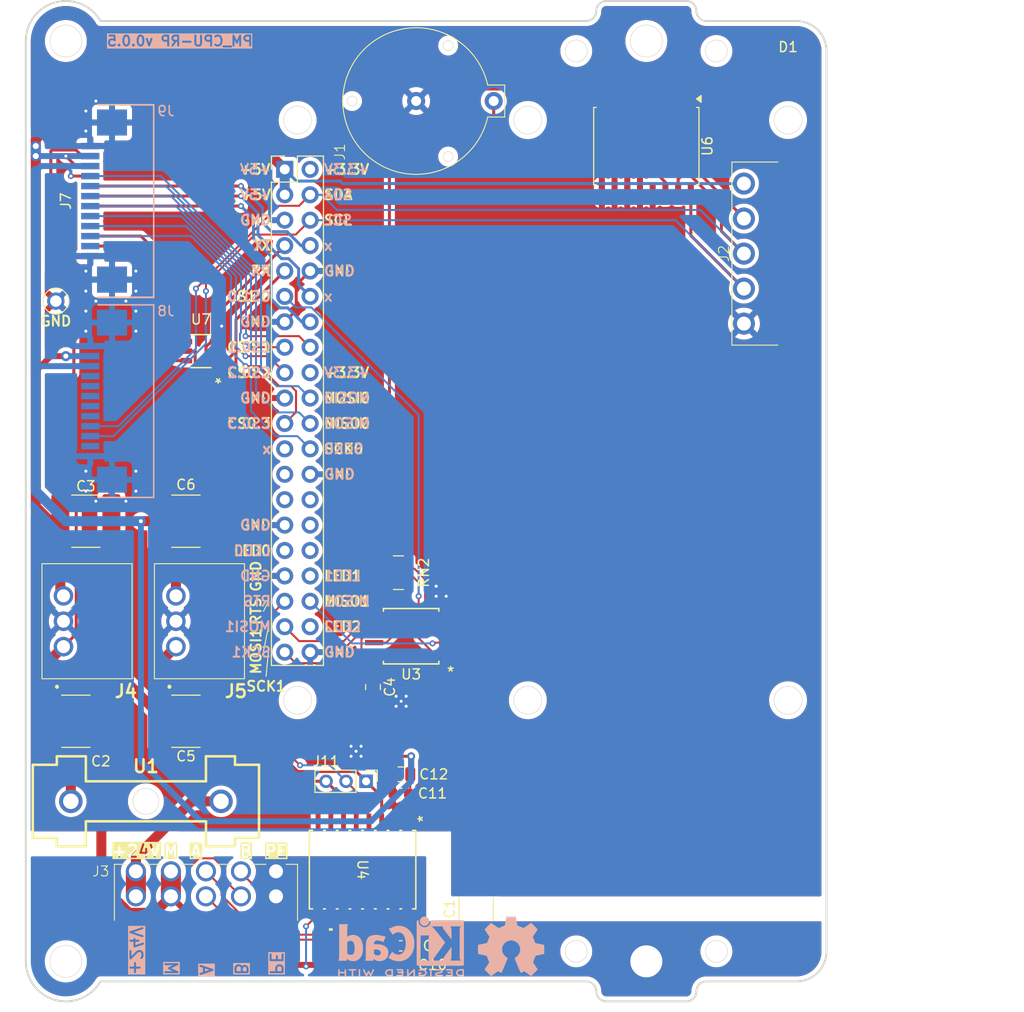
<source format=kicad_pcb>
(kicad_pcb (version 20241229) (generator "pcbnew") (generator_version "9.0")
  (title_block (title "${article} v${version}"))
  (layers (0 "F.Cu" signal) (2 "B.Cu" signal) (13 "F.Paste" user) (15 "B.Paste" user) (5 "F.SilkS" user "F.Silkscreen") (7 "B.SilkS" user "B.Silkscreen") (1 "F.Mask" user) (3 "B.Mask" user) (25 "Edge.Cuts" user))
  (property "article" "PM_CPU-RP")
  (property "version" "0.0.5")
  (net 0 "")
  (net 1 "/LED_1")
  (net 2 "/LED_2")
  (net 3 "/LED_0")
  (net 7 "/SCL")
  (net 8 "/SDA")
  (net 9 "PE")
  (net 10 "+24V_fuse")
  (net 11 "/UART_RTS")
  (net 12 "/UART_TX")
  (net 13 "/UART_RX")
  (net 16 "Net-(RN2A-R1.1)")
  (net 20 "/SPI0_MOSI")
  (net 21 "/SPI1_MOSI")
  (net 22 "/SPI1_CS0")
  (net 23 "/SPI0_CS0")
  (net 24 "/SPI0_SCK")
  (net 25 "/SPI1_MISO")
  (net 26 "/SPI1_SCK")
  (net 27 "/SPI0_MISO")
  (net 29 "Net-(RN2C-R3.1)")
  (net 32 "+24V_BUS")
  (net 33 "/Vbat")
  (net 34 "/B")
  (net 35 "/A")
  (net 37 "/UART_TX_LED")
  (net 39 "/UART_RX_LED")
  (net 45 "+3.3V_CPU")
  (net 46 "+3.3V_BUS")
  (net 47 "GND_BUS")
  (net 48 "/SPI0_CS2")
  (net 49 "/SPI0_CS1")
  (net 50 "/SPI0_CS3")
  (net 58 "unconnected-(J9-Pin_11-Pad11)")
  (net 59 "+5V_CPU")
  (footprint "Capacitor_SMD:C_0805_2012Metric" (layer "F.Cu") (at 69.62 118.91 -90)
    (property "Reference" "C4")
    (property "Value" "10uF")
  )
  (footprint "kicad_inventree_lib:PE" (layer "F.Cu") (at 96.93 146.33)
    (property "Reference" "PE1" (hide yes))
    (property "Value" "PE")
  )
  (footprint "kicad_inventree_lib:DBV6-M" (layer "F.Cu") (at 52.43 85.33 180)
    (property "Reference" "U7")
    (property "Value" "SN74LVC2G14DBVR")
  )
  (footprint "kicad_inventree_lib:15EDGRC-3.5-05P" (layer "F.Cu") (at 106.68 82.58 90)
    (property "Reference" "J2")
    (property "Value" "15EDGRC-3.5-05P")
  )
  (footprint "kicad_inventree_lib:BS-12-A1AJ002-F" (layer "F.Cu") (at 81.68 60.33 -90)
    (property "Reference" "J1")
    (property "Value" "~")
    (fp_circle (center 0 14.15) (end 0.5 14.15) (stroke (width 0.05)) (fill no) (layer "Edge.Cuts"))
    (fp_circle (center -5.55 4.55) (end -5.05 4.55) (stroke (width 0.05)) (fill no) (layer "Edge.Cuts"))
    (fp_circle (center 5.55 4.55) (end 6.05 4.55) (stroke (width 0.05)) (fill no) (layer "Edge.Cuts"))
  )
  (footprint "Capacitor_SMD:C_2220_5750Metric" (layer "F.Cu") (at 40.93 102.33)
    (property "Reference" "C3")
    (property "Value" "22uF")
  )
  (footprint "kicad_inventree_lib:RaspberryPi" (layer "F.Cu") (at 111.09 92.23)
    (property "Reference" "D1")
    (property "Value" "~")
    (fp_circle (center -49 -30) (end -47.6 -30) (stroke (width 0.05)) (fill no) (layer "Edge.Cuts"))
    (fp_circle (center -49 28) (end -47.6 28) (stroke (width 0.05)) (fill no) (layer "Edge.Cuts"))
    (fp_circle (center -26 -30) (end -24.6 -30) (stroke (width 0.05)) (fill no) (layer "Edge.Cuts"))
    (fp_circle (center -26 28) (end -24.6 28) (stroke (width 0.05)) (fill no) (layer "Edge.Cuts"))
    (fp_circle (center 0 -30) (end 1.4 -30) (stroke (width 0.05)) (fill no) (layer "Edge.Cuts"))
    (fp_circle (center 0 28) (end 1.4 28) (stroke (width 0.05)) (fill no) (layer "Edge.Cuts"))
  )
  (footprint "kicad_inventree_lib:MountingHole_M3" (layer "F.Cu") (at 96.93 54.33)
    (property "Reference" "H3" (hide yes))
    (property "Value" "MountingHole_M3")
    (fp_circle (center 0 0) (end 1.6 0) (stroke (width 0.05)) (fill no) (layer "Edge.Cuts"))
  )
  (footprint "Capacitor_SMD:C_2220_5750Metric" (layer "F.Cu") (at 50.93 102.33)
    (property "Reference" "C6")
    (property "Value" "22uF")
  )
  (footprint "Capacitor_SMD:C_1812_4532Metric" (layer "F.Cu") (at 79.93 141.08 90)
    (property "Reference" "C1")
    (property "Value" "4.7nF 2kV")
  )
  (footprint "kicad_inventree_lib:SOIC16-WBW_CLG" (layer "F.Cu") (at 68.58 137.16 -90)
    (property "Reference" "U4")
    (property "Value" "CA-IS3098W")
  )
  (footprint "kicad_inventree_lib:K7805-2000R3" (layer "F.Cu") (at 49.93 114.87 90)
    (property "Reference" "J5")
    (property "Value" "K7803-2000R3" (hide yes))
  )
  (footprint "kicad_inventree_lib:CONN10_AFA07-S12_JUS" (layer "F.Cu") (at 44.93 70.33 90)
    (property "Reference" "J7")
    (property "Value" "AFA07-S10FCC-00")
  )
  (footprint "Connector_PinHeader_2.00mm:PinHeader_1x03_P2.00mm_Vertical" (layer "F.Cu") (at 68.93 128.33 -90)
    (property "Reference" "J11")
    (property "Value" "PinHeader_01x03_P2.00_THT_straight")
  )
  (footprint "Capacitor_SMD:C_0805_2012Metric" (layer "F.Cu") (at 72.39 146.685 180)
    (property "Reference" "C10")
    (property "Value" "10uF")
  )
  (footprint "Capacitor_SMD:C_0805_2012Metric" (layer "F.Cu") (at 72.39 127.635 180)
    (property "Reference" "C12")
    (property "Value" "10uF")
  )
  (footprint "kicad_inventree_lib:K7805-2000R3" (layer "F.Cu") (at 38.695 114.87 90)
    (property "Reference" "J4")
    (property "Value" "K7805-2000R3" (hide yes))
  )
  (footprint "kicad_inventree_lib:PM_LED-xx-v0.0.1" (layer "F.Cu") (at 99.93 100.33)
    (property "Reference" "SP1" (hide yes))
    (property "Value" "~")
    (fp_circle (center -10 -45) (end -8.9 -45) (stroke (width 0.05)) (fill no) (layer "Edge.Cuts"))
    (fp_circle (center -10 45) (end -8.9 45) (stroke (width 0.05)) (fill no) (layer "Edge.Cuts"))
    (fp_circle (center 4 -45) (end 5.1 -45) (stroke (width 0.05)) (fill no) (layer "Edge.Cuts"))
    (fp_circle (center 4 45) (end 5.1 45) (stroke (width 0.05)) (fill no) (layer "Edge.Cuts"))
  )
  (footprint "kicad_inventree_lib:5117" (layer "F.Cu") (at 37.93 80.33)
    (property "Reference" "U2" (hide yes))
    (property "Value" "5117" (hide yes))
  )
  (footprint "Capacitor_SMD:C_0603_1608Metric" (layer "F.Cu") (at 72.39 144.78 180)
    (property "Reference" "C9")
    (property "Value" "100nF")
  )
  (footprint "Capacitor_SMD:C_2220_5750Metric" (layer "F.Cu") (at 50.93 122.33)
    (property "Reference" "C5")
    (property "Value" "22uF")
  )
  (footprint "kicad_inventree_lib:MountingHole_M3" (layer "F.Cu") (at 38.93 54.33)
    (property "Reference" "H2" (hide yes))
    (property "Value" "MountingHole_M3")
    (fp_circle (center 0 0) (end 1.6 0) (stroke (width 0.05)) (fill no) (layer "Edge.Cuts"))
  )
  (footprint "kicad_inventree_lib:SOIC-8_5P28X5P28_WIN-M" (layer "F.Cu") (at 73.43 113.83 180)
    (property "Reference" "U3")
    (property "Value" "W25Q32JVSSIQ")
  )
  (footprint "kicad_inventree_lib:MountingHole_M3" (layer "F.Cu") (at 38.93 146.33)
    (property "Reference" "H1" (hide yes))
    (property "Value" "MountingHole_M3")
    (fp_circle (center 0 0) (end 1.6 0) (stroke (width 0.05)) (fill no) (layer "Edge.Cuts"))
  )
  (footprint "Capacitor_SMD:C_2220_5750Metric" (layer "F.Cu") (at 39.93 122.33)
    (property "Reference" "C2")
    (property "Value" "22uF")
  )
  (footprint "Package_SO:SOIC-16W_7.5x10.3mm_P1.27mm" (layer "F.Cu") (at 96.93 64.83 -90)
    (property "Reference" "U6")
    (property "Value" "DS3231")
  )
  (footprint "Resistor_SMD:R_Array_Convex_4x0603" (layer "F.Cu") (at 72.16 107.48 180)
    (property "Reference" "RN2")
    (property "Value" "10k")
  )
  (footprint "kicad_inventree_lib:15EDGRHC-THR-3.5-10P" (layer "F.Cu") (at 52.93 137.33)
    (property "Reference" "J3")
    (property "Value" "15EDGRHC-THR-3.5-10P")
  )
  (footprint "Capacitor_SMD:C_0603_1608Metric" (layer "F.Cu") (at 72.39 129.54 180)
    (property "Reference" "C11")
    (property "Value" "100nF")
  )
  (footprint "kicad_inventree_lib:649-Series-Holder" (layer "F.Cu") (at 46.93 130.33 180)
    (property "Reference" "U1")
    (property "Value" "64900001039" (hide yes))
    (fp_circle (center 0 0) (end 1.3 0) (stroke (width 0.05)) (fill no) (layer "Edge.Cuts"))
  )
  (footprint "kicad_inventree_lib:CONN10_AFA07-S12_JUS" (layer "B.Cu") (at 44.93 70.33 -90)
    (property "Reference" "J9")
    (property "Value" "AFA07-S10FCC-00")
  )
  (footprint "Symbol:KiCad-Logo2_5mm_SilkScreen" (layer "B.Cu") (at 72.43 144.83 180)
    (property "Reference" "kicad_logo" (hide yes))
    (property "Value" "KiCad-Logo2_5mm_SilkScreen" (hide yes))
  )
  (footprint "kicad_inventree_lib:CONN10_AFA07-S12_JUS" (layer "B.Cu") (at 44.93 90.33 -90)
    (property "Reference" "J8")
    (property "Value" "AFA07-S10FCC-00")
  )
  (footprint "Symbol:OSHW-Symbol_6.7x6mm_SilkScreen" (layer "B.Cu") (at 83.43 144.83 180)
    (property "Reference" "oshw_logo" (hide yes))
    (property "Value" "OSHW-Symbol_6.7x6mm_SilkScreen" (hide yes))
  )
  (gr_line (start 59.18 112.83) (end 58.68 115.33) (stroke (width 0.1)) (layer "F.SilkS"))
  (gr_line (start 59.18 110.33) (end 58.68 111.33) (stroke (width 0.1)) (layer "F.SilkS"))
  (gr_line (start 59.18 107.83) (end 58.68 107.83) (stroke (width 0.1)) (layer "F.SilkS"))
  (gr_line (start 59.18 115.33) (end 58.93 117.83) (stroke (width 0.1)) (layer "F.SilkS"))
  (gr_arc (start 101.93 149.33) (mid 102.222893 148.622893) (end 102.93 148.33) (stroke (width 0.2)) (layer "Edge.Cuts"))
  (gr_line (start 42.402973 52.33) (end 90.93 52.33) (stroke (width 0.2)) (layer "Edge.Cuts"))
  (gr_line (start 111.93 52.33) (end 102.93 52.33) (stroke (width 0.2)) (layer "Edge.Cuts"))
  (gr_line (start 34.93 54.33) (end 34.93 146.33) (stroke (width 0.2)) (layer "Edge.Cuts"))
  (gr_arc (start 38.93 50.33) (mid 40.931917 50.867006) (end 42.396314 52.333836) (stroke (width 0.2)) (layer "Edge.Cuts"))
  (gr_line (start 100.93 50.33) (end 92.93 50.33) (stroke (width 0.2)) (layer "Edge.Cuts"))
  (gr_arc (start 91.93 51.33) (mid 92.222893 50.622893) (end 92.93 50.33) (stroke (width 0.2)) (layer "Edge.Cuts"))
  (gr_arc (start 92.93 150.33) (mid 92.222893 150.037107) (end 91.93 149.33) (stroke (width 0.2)) (layer "Edge.Cuts"))
  (gr_line (start 90.93 148.33) (end 42.3941 148.33) (stroke (width 0.2)) (layer "Edge.Cuts"))
  (gr_line (start 102.93 148.33) (end 111.93 148.33) (stroke (width 0.2)) (layer "Edge.Cuts"))
  (gr_arc (start 42.394101 148.33) (mid 37.894724 150.193703) (end 34.93 146.33) (stroke (width 0.2)) (layer "Edge.Cuts"))
  (gr_arc (start 100.93 50.33) (mid 101.637107 50.622893) (end 101.93 51.33) (stroke (width 0.2)) (layer "Edge.Cuts"))
  (gr_arc (start 102.93 52.33) (mid 102.222893 52.037107) (end 101.93 51.33) (stroke (width 0.2)) (layer "Edge.Cuts"))
  (gr_arc (start 114.93 145.33) (mid 114.05132 147.45132) (end 111.93 148.33) (stroke (width 0.2)) (layer "Edge.Cuts"))
  (gr_line (start 92.93 150.33) (end 100.93 150.33) (stroke (width 0.2)) (layer "Edge.Cuts"))
  (gr_line (start 114.93 55.33) (end 114.93 145.33) (stroke (width 0.2)) (layer "Edge.Cuts"))
  (gr_arc (start 101.93 149.33) (mid 101.637107 150.037107) (end 100.93 150.33) (stroke (width 0.2)) (layer "Edge.Cuts"))
  (gr_arc (start 91.93 51.33) (mid 91.637107 52.037107) (end 90.93 52.33) (stroke (width 0.2)) (layer "Edge.Cuts"))
  (gr_arc (start 111.93 52.33) (mid 114.05132 53.20868) (end 114.93 55.33) (stroke (width 0.2)) (layer "Edge.Cuts"))
  (gr_arc (start 34.93 54.33) (mid 36.101573 51.501573) (end 38.93 50.33) (stroke (width 0.2)) (layer "Edge.Cuts"))
  (gr_arc (start 90.93 148.33) (mid 91.637107 148.622893) (end 91.93 149.33) (stroke (width 0.2)) (layer "Edge.Cuts"))
  (gr_text "PE" (at 59.93 135.33 0) (layer "F.SilkS" knockout) (effects (font (size 1.2 1.2) (thickness 0.2) (bold yes))))
  (gr_text "A" (at 51.93 135.33 0) (layer "F.SilkS" knockout) (effects (font (size 1.2 1.2) (thickness 0.2) (bold yes))))
  (gr_text "GND" (at 37.93 82.33 0) (layer "F.SilkS") (effects (font (size 1 1) (thickness 0.2) (bold yes))))
  (gr_text "B" (at 56.93 135.33 0) (layer "F.SilkS" knockout) (effects (font (size 1.2 1.2) (thickness 0.2) (bold yes))))
  (gr_text "+24V" (at 45.93 135.33 0) (layer "F.SilkS" knockout) (effects (font (size 1.2 1.2) (thickness 0.2) (bold yes))))
  (gr_text "M" (at 49.43 135.33 0) (layer "F.SilkS" knockout) (effects (font (size 1.2 1.2) (thickness 0.2) (bold yes))))
  (gr_text "${article} v${version}" (at 42.93 54.33 0) (layer "B.SilkS" knockout) (effects (font (size 1 1) (thickness 0.2) (bold yes)) (justify right mirror)))
  (gr_text "A" (at 52.93 147.83 270) (layer "B.SilkS" knockout) (effects (font (size 1.2 1.2) (thickness 0.2) (bold yes)) (justify left mirror)))
  (gr_text "+24V" (at 45.93 147.83 270) (layer "B.SilkS" knockout) (effects (font (size 1.2 1.2) (thickness 0.2) (bold yes)) (justify left mirror)))
  (gr_text "PE" (at 59.93 147.83 270) (layer "B.SilkS" knockout) (effects (font (size 1.2 1.2) (thickness 0.2) (bold yes)) (justify left mirror)))
  (gr_text "B" (at 56.43 147.83 270) (layer "B.SilkS" knockout) (effects (font (size 1.2 1.2) (thickness 0.2) (bold yes)) (justify left mirror)))
  (gr_text "M" (at 49.43 147.83 270) (layer "B.SilkS" knockout) (effects (font (size 1.2 1.2) (thickness 0.2) (bold yes)) (justify left mirror)))
  (segment (start 56.43 69.83) (end 41.374 69.83) (width 0.3) (layer "F.Cu") (net 1))
  (via (at 56.43 69.83) (size 0.6) (drill 0.3) (layers "F.Cu" "B.Cu") (net 1))
  (segment (start 58.131 73.73876) (end 60.47224 76.08) (width 0.3) (layer "B.Cu") (net 1))
  (segment (start 62.189 78.709) (end 63.34 79.86) (width 0.3) (layer "B.Cu") (net 1))
  (segment (start 61.18776 76.08) (end 62.189 77.08124) (width 0.3) (layer "B.Cu") (net 1))
  (segment (start 56.43 69.83) (end 58.131 71.531) (width 0.3) (layer "B.Cu") (net 1))
  (segment (start 62.189 77.08124) (end 62.189 78.709) (width 0.3) (layer "B.Cu") (net 1))
  (segment (start 58.131 71.531) (end 58.131 73.73876) (width 0.3) (layer "B.Cu") (net 1))
  (segment (start 60.47224 76.08) (end 61.18776 76.08) (width 0.3) (layer "B.Cu") (net 1))
  (segment (start 56.43 70.83) (end 41.374 70.83) (width 0.3) (layer "F.Cu") (net 2))
  (via (at 56.43 70.83) (size 0.6) (drill 0.3) (layers "F.Cu" "B.Cu") (net 2))
  (segment (start 57.68 74.08) (end 59.43 75.83) (width 0.3) (layer "B.Cu") (net 2))
  (segment (start 56.43 70.83) (end 57.68 72.08) (width 0.3) (layer "B.Cu") (net 2))
  (segment (start 62.5 82.4) (end 63.34 82.4) (width 0.3) (layer "B.Cu") (net 2))
  (segment (start 61.111 81.011) (end 62.5 82.4) (width 0.3) (layer "B.Cu") (net 2))
  (segment (start 59.43 80.11776) (end 60.32324 81.011) (width 0.3) (layer "B.Cu") (net 2))
  (segment (start 59.43 75.83) (end 59.43 80.11776) (width 0.3) (layer "B.Cu") (net 2))
  (segment (start 57.68 72.08) (end 57.68 74.08) (width 0.3) (layer "B.Cu") (net 2))
  (segment (start 60.32324 81.011) (end 61.111 81.011) (width 0.3) (layer "B.Cu") (net 2))
  (segment (start 56.43 68.83) (end 41.374 68.83) (width 0.3) (layer "F.Cu") (net 3))
  (via (at 56.43 68.83) (size 0.6) (drill 0.3) (layers "F.Cu" "B.Cu") (net 3))
  (segment (start 58.582 72.482) (end 58.582 70.982) (width 0.3) (layer "B.Cu") (net 3))
  (segment (start 62.42776 74.78) (end 61.03876 73.391) (width 0.3) (layer "B.Cu") (net 3))
  (segment (start 61.03876 73.391) (end 59.491 73.391) (width 0.3) (layer "B.Cu") (net 3))
  (segment (start 63.34 74.78) (end 62.42776 74.78) (width 0.3) (layer "B.Cu") (net 3))
  (segment (start 59.491 73.391) (end 58.582 72.482) (width 0.3) (layer "B.Cu") (net 3))
  (segment (start 58.582 70.982) (end 56.43 68.83) (width 0.3) (layer "B.Cu") (net 3))
  (segment (start 57.826388 73.68) (end 61.9 73.68) (width 0.2) (layer "F.Cu") (net 7))
  (segment (start 106.68 79.08) (end 101.375 73.775) (width 0.3) (layer "F.Cu") (net 7))
  (segment (start 52.93 79.33) (end 52.93 78.576388) (width 0.2) (layer "F.Cu") (net 7))
  (segment (start 52.93 78.576388) (end 57.826388 73.68) (width 0.2) (layer "F.Cu") (net 7))
  (segment (start 61.9 73.68) (end 63.34 72.24) (width 0.2) (layer "F.Cu") (net 7))
  (segment (start 101.375 73.775) (end 101.375 69.48) (width 0.3) (layer "F.Cu") (net 7))
  (via (at 52.93 79.33) (size 0.6) (drill 0.3) (layers "F.Cu" "B.Cu") (net 7))
  (segment (start 99.84 72.24) (end 106.68 79.08) (width 0.2) (layer "B.Cu") (net 7))
  (segment (start 52.93 79.33) (end 52.93 84.58) (width 0.2) (layer "B.Cu") (net 7))
  (segment (start 43.680004 93.829996) (end 41.374 93.829996) (width 0.2) (layer "B.Cu") (net 7))
  (segment (start 52.93 84.58) (end 43.680004 93.829996) (width 0.2) (layer "B.Cu") (net 7))
  (segment (start 63.34 72.24) (end 99.84 72.24) (width 0.2) (layer "B.Cu") (net 7))
  (segment (start 51.93 79.08) (end 60.21 70.8) (width 0.2) (layer "F.Cu") (net 8))
  (segment (start 60.21 70.8) (end 62.24 70.8) (width 0.2) (layer "F.Cu") (net 8))
  (segment (start 104.43 73.33) (end 106.68 75.58) (width 0.3) (layer "F.Cu") (net 8))
  (segment (start 100.43 67.83) (end 101.391968 67.83) (width 0.3) (layer "F.Cu") (net 8))
  (segment (start 100.105 69.48) (end 100.105 68.155) (width 0.3) (layer "F.Cu") (net 8))
  (segment (start 104.43 70.868032) (end 104.43 73.33) (width 0.3) (layer "F.Cu") (net 8))
  (segment (start 100.105 69.48) (end 100.105 68.654372) (width 0.2) (layer "F.Cu") (net 8))
  (segment (start 62.24 70.8) (end 63.34 69.7) (width 0.2) (layer "F.Cu") (net 8))
  (segment (start 101.391968 67.83) (end 104.43 70.868032) (width 0.3) (layer "F.Cu") (net 8))
  (segment (start 100.105 68.155) (end 100.43 67.83) (width 0.3) (layer "F.Cu") (net 8))
  (via (at 51.93 79.08) (size 0.6) (drill 0.3) (layers "F.Cu" "B.Cu") (net 8))
  (segment (start 51.93 79.08) (end 51.93 85.085026) (width 0.2) (layer "B.Cu") (net 8))
  (segment (start 66.0096 71.2179) (end 102.318 71.2179) (width 0.2) (layer "B.Cu") (net 8))
  (segment (start 51.93 85.085026) (end 44.185028 92.829998) (width 0.2) (layer "B.Cu") (net 8))
  (segment (start 44.185028 92.829998) (end 41.374 92.829998) (width 0.2) (layer "B.Cu") (net 8))
  (segment (start 103.18004 72.07996) (end 106.68 75.58) (width 0.2) (layer "B.Cu") (net 8))
  (segment (start 64.4917 69.7) (end 66.0096 71.2179) (width 0.2) (layer "B.Cu") (net 8))
  (segment (start 102.318 71.2179) (end 103.18004 72.07996) (width 0.2) (layer "B.Cu") (net 8))
  (segment (start 63.34 69.7) (end 64.4917 69.7) (width 0.2) (layer "B.Cu") (net 8))
  (segment (start 40.93 117.33) (end 43.93 117.33) (width 1) (layer "F.Cu") (net 10))
  (segment (start 39.43 130.33) (end 39.43 124.38) (width 1) (layer "F.Cu") (net 10))
  (segment (start 39.951792 65.229) (end 37.531 65.229) (width 0.3) (layer "F.Cu") (net 10))
  (segment (start 39.43 124.38) (end 39.43 118.83) (width 1) (layer "F.Cu") (net 10))
  (segment (start 40.552798 65.830006) (end 39.951792 65.229) (width 0.3) (layer "F.Cu") (net 10))
  (segment (start 41.374 65.830006) (end 40.552798 65.830006) (width 0.3) (layer "F.Cu") (net 10))
  (segment (start 37.43 97.49384) (end 39.971 100.03484) (width 0.3) (layer "F.Cu") (net 10))
  (segment (start 39.971 113.594) (end 38.695 114.87) (width 0.3) (layer "F.Cu") (net 10))
  (segment (start 37.531 65.229) (end 37.43 65.33) (width 0.3) (layer "F.Cu") (net 10))
  (segment (start 37.43 76.83) (end 39.731 79.131) (width 0.3) (layer "F.Cu") (net 10))
  (segment (start 48.38 122.33) (end 48.38 116.42) (width 1) (layer "F.Cu") (net 10))
  (segment (start 39.43 118.83) (end 40.93 117.33) (width 1) (layer "F.Cu") (net 10))
  (segment (start 48.38 121.78) (end 48.38 122.33) (width 1) (layer "F.Cu") (net 10))
  (segment (start 39.731 79.131) (end 39.731 87.529) (width 0.3) (layer "F.Cu") (net 10))
  (segment (start 37.38 116.185) (end 38.695 114.87) (width 1) (layer "F.Cu") (net 10))
  (segment (start 37.38 122.33) (end 37.38 116.185) (width 1) (layer "F.Cu") (net 10))
  (segment (start 37.43 65.33) (end 37.43 76.83) (width 0.3) (layer "F.Cu") (net 10))
  (segment (start 37.43 89.83) (end 37.43 97.49384) (width 0.3) (layer "F.Cu") (net 10))
  (segment (start 43.93 117.33) (end 48.38 121.78) (width 1) (layer "F.Cu") (net 10))
  (segment (start 39.43 124.38) (end 37.38 122.33) (width 1) (layer "F.Cu") (net 10))
  (segment (start 48.38 116.42) (end 49.93 114.87) (width 1) (layer "F.Cu") (net 10))
  (segment (start 39.971 100.03484) (end 39.971 113.594) (width 0.3) (layer "F.Cu") (net 10))
  (segment (start 39.731 87.529) (end 37.43 89.83) (width 0.3) (layer "F.Cu") (net 10))
  (segment (start 58.93 112.21) (end 58.93 123.33) (width 0.2) (layer "F.Cu") (net 11))
  (segment (start 67.945 131.04604) (end 67.945 129.345) (width 0.2) (layer "F.Cu") (net 11))
  (segment (start 67.945 132.334) (end 69.215 132.334) (width 0.2) (layer "F.Cu") (net 11))
  (segment (start 67.945 129.345) (end 66.93 128.33) (width 0.2) (layer "F.Cu") (net 11))
  (segment (start 60.8 110.34) (end 58.93 112.21) (width 0.2) (layer "F.Cu") (net 11))
  (segment (start 67.945 131.04604) (end 67.945 132.334) (width 0.2) (layer "F.Cu") (net 11))
  (segment (start 58.93 123.33) (end 62.33 126.73) (width 0.2) (layer "F.Cu") (net 11))
  (via (at 62.33 126.73) (size 0.6) (drill 0.3) (layers "F.Cu" "B.Cu") (net 11))
  (segment (start 62.33 126.73) (end 65.33 126.73) (width 0.2) (layer "B.Cu") (net 11))
  (segment (start 65.33 126.73) (end 66.93 128.33) (width 0.2) (layer "B.Cu") (net 11))
  (segment (start 53.456301 84.379999) (end 53.89685 84.379999) (width 0.3) (layer "F.Cu") (net 12))
  (segment (start 55.43 89.285101) (end 52.93 86.785101) (width 0.3) (layer "F.Cu") (net 12))
  (segment (start 55.43 121.317753) (end 55.43 89.285101) (width 0.3) (layer "F.Cu") (net 12))
  (segment (start 66.675 132.334) (end 66.675 130.075) (width 0.3) (layer "F.Cu") (net 12))
  (segment (start 66.675 130.075) (end 64.93 128.33) (width 0.3) (layer "F.Cu") (net 12))
  (segment (start 53.89685 81.68315) (end 53.89685 84.379999) (width 0.3) (layer "F.Cu") (net 12))
  (segment (start 64.93 128.33) (end 62.442247 128.33) (width 0.3) (layer "F.Cu") (net 12))
  (segment (start 62.442247 128.33) (end 55.43 121.317753) (width 0.3) (layer "F.Cu") (net 12))
  (segment (start 52.93 84.9063) (end 53.456301 84.379999) (width 0.3) (layer "F.Cu") (net 12))
  (segment (start 60.8 74.78) (end 53.89685 81.68315) (width 0.3) (layer "F.Cu") (net 12))
  (segment (start 52.93 86.785101) (end 52.93 84.9063) (width 0.3) (layer "F.Cu") (net 12))
  (segment (start 53.89685 86.280001) (end 54.979999 86.280001) (width 0.3) (layer "F.Cu") (net 13))
  (segment (start 54.979999 86.280001) (end 55.93 85.33) (width 0.3) (layer "F.Cu") (net 13))
  (segment (start 55.93 121.179943) (end 62.104057 127.354) (width 0.3) (layer "F.Cu") (net 13))
  (segment (start 70.485 129.885) (end 70.485 132.334) (width 0.3) (layer "F.Cu") (net 13))
  (segment (start 70.485 131.985) (end 70.485 132.334) (width 0.2) (layer "F.Cu") (net 13))
  (segment (start 55.93 82.19) (end 55.93 84.83) (width 0.3) (layer "F.Cu") (net 13))
  (segment (start 55.93 85.33) (end 55.93 84.83) (width 0.3) (layer "F.Cu") (net 13))
  (segment (start 67.954 127.354) (end 68.93 128.33) (width 0.3) (layer "F.Cu") (net 13))
  (segment (start 60.8 77.32) (end 55.93 82.19) (width 0.3) (layer "F.Cu") (net 13))
  (segment (start 62.104057 127.354) (end 67.954 127.354) (width 0.3) (layer "F.Cu") (net 13))
  (segment (start 68.93 128.33) (end 70.485 129.885) (width 0.3) (layer "F.Cu") (net 13))
  (segment (start 55.93 84.83) (end 55.93 121.179943) (width 0.3) (layer "F.Cu") (net 13))
  (segment (start 69.7343 114.465) (end 70.9504 114.465) (width 0.2) (layer "F.Cu") (net 16))
  (segment (start 70.9504 114.465) (end 73.06 112.3554) (width 0.2) (layer "F.Cu") (net 16))
  (segment (start 73.06 112.3554) (end 73.06 108.68) (width 0.2) (layer "F.Cu") (net 16))
  (segment (start 43.954002 67.830002) (end 41.374 67.830002) (width 0.2) (layer "B.Cu") (net 20))
  (segment (start 58.43 77.83) (end 48.430005 67.830005) (width 0.2) (layer "B.Cu") (net 20))
  (segment (start 43.954 67.83) (end 43.954005 67.830005) (width 0.2) (layer "B.Cu") (net 20))
  (segment (start 43.954005 67.830005) (end 43.954002 67.830002) (width 0.2) (layer "B.Cu") (net 20))
  (segment (start 60.011475 88.83) (end 58.43 87.248525) (width 0.2) (layer "B.Cu") (net 20))
  (segment (start 58.43 87.248525) (end 58.43 77.83) (width 0.2) (layer "B.Cu") (net 20))
  (segment (start 62.15 88.83) (end 60.011475 88.83) (width 0.2) (layer "B.Cu") (net 20))
  (segment (start 63.34 90.02) (end 62.15 88.83) (width 0.2) (layer "B.Cu") (net 20))
  (segment (start 48.430005 67.830005) (end 43.954005 67.830005) (width 0.2) (layer "B.Cu") (net 20))
  (segment (start 69.0866 111.925) (end 69.7343 111.925) (width 0.2) (layer "F.Cu") (net 21))
  (segment (start 66.6926 114.319) (end 69.0866 111.925) (width 0.2) (layer "F.Cu") (net 21))
  (segment (start 60.8 112.88) (end 62.239 114.319) (width 0.2) (layer "F.Cu") (net 21))
  (segment (start 62.239 114.319) (end 66.6926 114.319) (width 0.2) (layer "F.Cu") (net 21))
  (segment (start 77.1257 115.735) (end 75.9015 115.735) (width 0.2) (layer "F.Cu") (net 22))
  (segment (start 75.9015 115.735) (end 74.18 114.0135) (width 0.2) (layer "F.Cu") (net 22))
  (segment (start 73.6 107.88) (end 73.06 107.88) (width 0.2) (layer "F.Cu") (net 22))
  (segment (start 74.18 109.83) (end 74.18 109.58) (width 0.2) (layer "F.Cu") (net 22))
  (segment (start 74.18 109.58) (end 74.18 108.46) (width 0.2) (layer "F.Cu") (net 22))
  (segment (start 74.18 108.46) (end 73.6 107.88) (width 0.2) (layer "F.Cu") (net 22))
  (segment (start 74.18 114.0135) (end 74.18 109.58) (width 0.2) (layer "F.Cu") (net 22))
  (via (at 74.18 109.83) (size 0.6) (drill 0.3) (layers "F.Cu" "B.Cu") (net 22))
  (segment (start 60.8 79.86) (end 61.901 80.961) (width 0.2) (layer "B.Cu") (net 22))
  (segment (start 74.18 91.68295) (end 74.18 109.83) (width 0.2) (layer "B.Cu") (net 22))
  (segment (start 63.45805 80.961) (end 74.18 91.68295) (width 0.2) (layer "B.Cu") (net 22))
  (segment (start 61.901 80.961) (end 63.45805 80.961) (width 0.2) (layer "B.Cu") (net 22))
  (segment (start 60.8 79.86) (end 60.8 79.11) (width 0.2) (layer "B.Cu") (net 22))
  (segment (start 62.23 83.83) (end 56.88 83.83) (width 0.2) (layer "F.Cu") (net 23))
  (segment (start 63.34 84.94) (end 62.23 83.83) (width 0.2) (layer "F.Cu") (net 23))
  (via (at 56.88 83.83) (size 0.6) (drill 0.3) (layers "F.Cu" "B.Cu") (net 23))
  (segment (start 56.93 83.78) (end 56.93 77.83) (width 0.2) (layer "B.Cu") (net 23))
  (segment (start 56.93 77.83) (end 49.929999 70.829999) (width 0.2) (layer "B.Cu") (net 23))
  (segment (start 49.929999 70.829999) (end 41.374 70.83) (width 0.2) (layer "B.Cu") (net 23))
  (segment (start 56.88 83.83) (end 56.93 83.78) (width 0.2) (layer "B.Cu") (net 23))
  (segment (start 41.373999 70.83) (end 41.374 70.829999) (width 0.2) (layer "B.Cu") (net 23))
  (segment (start 57.43 77.822776) (end 57.43 91.33) (width 0.2) (layer "B.Cu") (net 24))
  (segment (start 49.437224 69.83) (end 57.43 77.822776) (width 0.2) (layer "B.Cu") (net 24))
  (segment (start 41.374 69.83) (end 49.437224 69.83) (width 0.2) (layer "B.Cu") (net 24))
  (segment (start 41.373999 69.83) (end 41.374 69.830001) (width 0.2) (layer "B.Cu") (net 24))
  (segment (start 59.93 93.83) (end 62.07 93.83) (width 0.2) (layer "B.Cu") (net 24))
  (segment (start 62.07 93.83) (end 63.34 95.1) (width 0.2) (layer "B.Cu") (net 24))
  (segment (start 57.43 91.33) (end 59.93 93.83) (width 0.2) (layer "B.Cu") (net 24))
  (segment (start 75.5635 114.5483) (end 75.5647 114.5471) (width 0.2) (layer "F.Cu") (net 25))
  (segment (start 75.8263 114.5483) (end 75.5635 114.5483) (width 0.2) (layer "F.Cu") (net 25))
  (segment (start 75.9096 114.465) (end 75.8263 114.5483) (width 0.2) (layer "F.Cu") (net 25))
  (segment (start 77.1257 114.465) (end 75.9096 114.465) (width 0.2) (layer "F.Cu") (net 25))
  (via (at 75.5647 114.5471) (size 0.6) (drill 0.3) (layers "F.Cu" "B.Cu") (net 25))
  (segment (start 63.34 110.34) (end 67.5471 114.5471) (width 0.2) (layer "B.Cu") (net 25))
  (segment (start 67.5471 114.5471) (end 75.5647 114.5471) (width 0.2) (layer "B.Cu") (net 25))
  (segment (start 60.8 115.42) (end 61.901 116.521) (width 0.2) (layer "F.Cu") (net 26))
  (segment (start 68.6199 113.195) (end 69.7343 113.195) (width 0.2) (layer "F.Cu") (net 26))
  (segment (start 61.901 116.521) (end 65.2939 116.521) (width 0.2) (layer "F.Cu") (net 26))
  (segment (start 65.2939 116.521) (end 68.6199 113.195) (width 0.2) (layer "F.Cu") (net 26))
  (segment (start 41.373997 68.83) (end 41.374 68.830003) (width 0.2) (layer "B.Cu") (net 27))
  (segment (start 60.059 91.459) (end 57.93 89.33) (width 0.2) (layer "B.Cu") (net 27))
  (segment (start 62.239 91.459) (end 60.059 91.459) (width 0.2) (layer "B.Cu") (net 27))
  (segment (start 57.93 77.826388) (end 48.933612 68.83) (width 0.2) (layer "B.Cu") (net 27))
  (segment (start 57.93 89.33) (end 57.93 77.826388) (width 0.2) (layer "B.Cu") (net 27))
  (segment (start 48.933612 68.83) (end 41.374 68.83) (width 0.2) (layer "B.Cu") (net 27))
  (segment (start 63.34 92.56) (end 62.239 91.459) (width 0.2) (layer "B.Cu") (net 27))
  (segment (start 73.7617 107.08) (end 73.06 107.08) (width 0.2) (layer "F.Cu") (net 29))
  (segment (start 77.1257 113.195) (end 76.605 113.195) (width 0.2) (layer "F.Cu") (net 29))
  (segment (start 74.83 108.1483) (end 73.7617 107.08) (width 0.2) (layer "F.Cu") (net 29))
  (segment (start 74.83 111.42) (end 74.83 108.1483) (width 0.2) (layer "F.Cu") (net 29))
  (segment (start 76.605 113.195) (end 74.83 111.42) (width 0.2) (layer "F.Cu") (net 29))
  (segment (start 45.93 135.915787) (end 51.515787 130.33) (width 1) (layer "F.Cu") (net 32))
  (segment (start 51.515787 130.33) (end 54.43 130.33) (width 1) (layer "F.Cu") (net 32))
  (segment (start 45.93 137.33) (end 45.93 139.83) (width 2) (layer "F.Cu") (net 32))
  (segment (start 45.93 137.33) (end 45.93 135.915787) (width 1) (layer "F.Cu") (net 32))
  (segment (start 81.68 61.720553) (end 84.289447 64.33) (width 0.3) (layer "F.Cu") (net 33))
  (segment (start 81.68 60.33) (end 81.68 61.720553) (width 0.3) (layer "F.Cu") (net 33))
  (segment (start 94.709999 64.33) (end 98.835 68.455001) (width 0.3) (layer "F.Cu") (net 33))
  (segment (start 98.835 68.455001) (end 98.835 69.48) (width 0.3) (layer "F.Cu") (net 33))
  (segment (start 84.289447 64.33) (end 94.709999 64.33) (width 0.3) (layer "F.Cu") (net 33))
  (segment (start 69.215 141.986) (end 69.215 141.453) (width 0.2) (layer "F.Cu") (net 34))
  (segment (start 51.308 140.462) (end 55.0077 144.162) (width 0.2) (layer "F.Cu") (net 34))
  (segment (start 67.8013 144.162) (end 69.215 142.748) (width 0.2) (layer "F.Cu") (net 34))
  (segment (start 69.215 142.748) (end 69.215 141.986) (width 0.2) (layer "F.Cu") (net 34))
  (segment (start 54.864 138.264) (end 54.864 137.16) (width 0.2) (layer "F.Cu") (net 34))
  (segment (start 53.734 136.03) (end 52.2243 136.03) (width 0.2) (layer "F.Cu") (net 34))
  (segment (start 58.63 139.656) (end 56.43 137.456) (width 0.2) (layer "F.Cu") (net 34))
  (segment (start 54.864 137.16) (end 53.734 136.03) (width 0.2) (layer "F.Cu") (net 34))
  (segment (start 68.2244 140.462) (end 61.1365 140.462) (width 0.2) (layer "F.Cu") (net 34))
  (segment (start 51.308 136.946) (end 51.308 140.462) (width 0.2) (layer "F.Cu") (net 34))
  (segment (start 60.3926 141.206) (end 59.4674 141.206) (width 0.2) (layer "F.Cu") (net 34))
  (segment (start 52.2243 136.03) (end 51.308 136.946) (width 0.2) (layer "F.Cu") (net 34))
  (segment (start 56.43 137.456) (end 56.43 137.33) (width 0.2) (layer "F.Cu") (net 34))
  (segment (start 69.215 141.453) (end 68.2244 140.462) (width 0.2) (layer "F.Cu") (net 34))
  (segment (start 58.63 140.368) (end 58.63 139.656) (width 0.2) (layer "F.Cu") (net 34))
  (segment (start 61.1365 140.462) (end 60.3926 141.206) (width 0.2) (layer "F.Cu") (net 34))
  (segment (start 55.0077 144.162) (end 67.8013 144.162) (width 0.2) (layer "F.Cu") (net 34))
  (segment (start 56.43 139.83) (end 54.864 138.264) (width 0.2) (layer "F.Cu") (net 34))
  (segment (start 59.4674 141.206) (end 58.63 140.368) (width 0.2) (layer "F.Cu") (net 34))
  (segment (start 67.945 141.64) (end 67.2163 140.911) (width 0.2) (layer "F.Cu") (net 35))
  (segment (start 54.483 138.883) (end 52.93 137.33) (width 0.2) (layer "F.Cu") (net 35))
  (segment (start 67.2163 140.911) (end 63.5937 140.911) (width 0.2) (layer "F.Cu") (net 35))
  (segment (start 56.762 143.662) (end 58.562355 143.662) (width 0.2) (layer "F.Cu") (net 35))
  (segment (start 54.530019 141.430019) (end 54.822566 141.722566) (width 0.2) (layer "F.Cu") (net 35))
  (segment (start 67.945 142.875) (end 67.945 141.986) (width 0.2) (layer "F.Cu") (net 35))
  (segment (start 56.181178 142.741767) (end 56.264185 142.658757) (width 0.2) (layer "F.Cu") (net 35))
  (segment (start 56.60544 143.505441) (end 56.690294 143.590294) (width 0.2) (layer "F.Cu") (net 35))
  (segment (start 56.688449 143.083022) (end 56.605439 143.166029) (width 0.2) (layer "F.Cu") (net 35))
  (segment (start 55.303856 142.203856) (end 55.294419 142.194419) (width 0.2) (layer "F.Cu") (net 35))
  (segment (start 67.945 141.986) (end 67.945 141.64) (width 0.2) (layer "F.Cu") (net 35))
  (segment (start 56.8745 142.113) (end 54.483 139.7215) (width 0.2) (layer "F.Cu") (net 35))
  (segment (start 56.603597 142.658758) (end 56.688449 142.74361) (width 0.2) (layer "F.Cu") (net 35))
  (segment (start 62.392 142.113) (end 56.8745 142.113) (width 0.2) (layer "F.Cu") (net 35))
  (segment (start 55.294419 142.194419) (end 54.982996 141.882996) (width 0.2) (layer "F.Cu") (net 35))
  (segment (start 54.483 139.7215) (end 54.483 138.883) (width 0.2) (layer "F.Cu") (net 35))
  (segment (start 54.982996 141.882996) (end 54.822566 141.722566) (width 0.2) (layer "F.Cu") (net 35))
  (segment (start 67.158 143.662) (end 67.945 142.875) (width 0.2) (layer "F.Cu") (net 35))
  (segment (start 56.690294 143.590294) (end 56.762 143.662) (width 0.2) (layer "F.Cu") (net 35))
  (segment (start 63.5937 140.911) (end 62.392 142.113) (width 0.2) (layer "F.Cu") (net 35))
  (segment (start 58.562355 143.662) (end 67.158 143.662) (width 0.2) (layer "F.Cu") (net 35))
  (segment (start 55.303856 142.203856) (end 55.841766 142.741766) (width 0.2) (layer "F.Cu") (net 35))
  (segment (start 52.93 139.83) (end 54.530019 141.430019) (width 0.2) (layer "F.Cu") (net 35))
  (arc (start 56.688449 142.74361) (mid 56.758743 142.913315) (end 56.688449 143.083022) (width 0.2) (layer "F.Cu") (net 35))
  (arc (start 55.841766 142.741766) (mid 56.011472 142.81206) (end 56.181178 142.741767) (width 0.2) (layer "F.Cu") (net 35))
  (arc (start 56.264185 142.658757) (mid 56.433891 142.588464) (end 56.603597 142.658758) (width 0.2) (layer "F.Cu") (net 35))
  (arc (start 56.605439 143.166029) (mid 56.535146 143.335735) (end 56.60544 143.505441) (width 0.2) (layer "F.Cu") (net 35))
  (segment (start 49.46315 82.879999) (end 49.46315 76.86315) (width 0.3) (layer "F.Cu") (net 37))
  (segment (start 49.46315 76.86315) (end 46.429996 73.829996) (width 0.3) (layer "F.Cu") (net 37))
  (segment (start 50.96315 84.379999) (end 49.46315 82.879999) (width 0.3) (layer "F.Cu") (net 37))
  (segment (start 46.429996 73.829996) (end 41.374 73.829996) (width 0.3) (layer "F.Cu") (net 37))
  (segment (start 50.96315 86.280001) (end 49.951301 86.280001) (width 0.3) (layer "F.Cu") (net 39))
  (segment (start 49.951301 86.280001) (end 48.93 85.2587) (width 0.3) (layer "F.Cu") (net 39))
  (segment (start 48.93 85.2587) (end 48.93 77.33) (width 0.3) (layer "F.Cu") (net 39))
  (segment (start 46.429994 74.829994) (end 41.374 74.829994) (width 0.3) (layer "F.Cu") (net 39))
  (segment (start 48.93 77.33) (end 46.429994 74.829994) (width 0.3) (layer "F.Cu") (net 39))
  (segment (start 69.092 115.735) (end 68.467 115.11) (width 0.2) (layer "F.Cu") (net 45))
  (segment (start 71.26 108.68) (end 71.26 106.28) (width 0.2) (layer "F.Cu") (net 45))
  (segment (start 51.8547 85.331) (end 51.8537 85.33) (width 0.3) (layer "F.Cu") (net 45))
  (segment (start 68.467 114.1245) (end 68.6949 113.8966) (width 0.2) (layer "F.Cu") (net 45))
  (segment (start 73.165 129.54) (end 73.025 129.68) (width 0.2) (layer "F.Cu") (net 45))
  (segment (start 71.26 109.7373) (end 71.26 108.68) (width 0.2) (layer "F.Cu") (net 45))
  (segment (start 51.8547 98.8553) (end 51.8547 85.331) (width 0.3) (layer "F.Cu") (net 45))
  (segment (start 71.26 106.28) (end 71.26 67.5) (width 0.3) (layer "F.Cu") (net 45))
  (segment (start 79.631 59.129) (end 84.889553 59.129) (width 0.3) (layer "F.Cu") (net 45))
  (segment (start 69.7343 115.735) (end 69.092 115.735) (width 0.2) (layer "F.Cu") (net 45))
  (segment (start 70.6947 113.8966) (end 70.9773 113.614) (width 0.2) (layer "F.Cu") (net 45))
  (segment (start 97.565 63.83) (end 98.4971 63.83) (width 0.3) (layer "F.Cu") (net 45))
  (segment (start 41.374 67.830002) (end 39.430002 67.830002) (width 0.3) (layer "F.Cu") (net 45))
  (segment (start 49.93 103.88) (end 48.38 102.33) (width 1) (layer "F.Cu") (net 45))
  (segment (start 73.43 125.83) (end 71.43 125.83) (width 0.3) (layer "F.Cu") (net 45))
  (segment (start 73.34 127.635) (end 73.34 129.365) (width 0.2) (layer "F.Cu") (net 45))
  (segment (start 97.565 63.83) (end 97.565 60.18) (width 0.3) (layer "F.Cu") (net 45))
  (segment (start 70.9773 113.614) (end 70.9773 110.02) (width 0.2) (layer "F.Cu") (net 45))
  (segment (start 84.889553 59.129) (end 89.590553 63.83) (width 0.3) (layer "F.Cu") (net 45))
  (segment (start 98.4971 63.83) (end 100.105 65.4379) (width 0.3) (layer "F.Cu") (net 45))
  (segment (start 48.38 102.33) (end 46.43 102.33) (width 1) (layer "F.Cu") (net 45))
  (segment (start 73.34 129.365) (end 73.165 129.54) (width 0.2) (layer "F.Cu") (net 45))
  (segment (start 51.8537 85.33) (end 50.96315 85.33) (width 0.3) (layer "F.Cu") (net 45))
  (segment (start 71.43 125.83) (end 68.43 122.83) (width 0.3) (layer "F.Cu") (net 45))
  (segment (start 73.025 129.68) (end 73.025 132.334) (width 0.2) (layer "F.Cu") (net 45))
  (segment (start 70.9773 110.02) (end 71.26 109.7373) (width 0.2) (layer "F.Cu") (net 45))
  (segment (start 100.105 62.83) (end 100.105 65.4379) (width 0.3) (layer "F.Cu") (net 45))
  (segment (start 71.26 67.5) (end 79.631 59.129) (width 0.3) (layer "F.Cu") (net 45))
  (segment (start 68.467 115.11) (end 68.467 114.1245) (width 0.2) (layer "F.Cu") (net 45))
  (segment (start 89.590553 63.83) (end 97.565 63.83) (width 0.3) (layer "F.Cu") (net 45))
  (segment (start 68.43 122.83) (end 68.43 118.91) (width 0.3) (layer "F.Cu") (net 45))
  (segment (start 69.7343 117.8457) (end 69.62 117.96) (width 0.2) (layer "F.Cu") (net 45))
  (segment (start 73.43 127.545) (end 73.34 127.635) (width 0.6) (layer "F.Cu") (net 45))
  (segment (start 48.38 102.33) (end 51.8547 98.8553) (width 0.3) (layer "F.Cu") (net 45))
  (segment (start 69.38 117.96) (end 69.62 117.96) (width 0.3) (layer "F.Cu") (net 45))
  (segment (start 69.7343 115.735) (end 69.7343 117.8457) (width 0.2) (layer "F.Cu") (net 45))
  (segment (start 49.93 109.79) (end 49.93 103.88) (width 1) (layer "F.Cu") (net 45))
  (segment (start 100.105 60.18) (end 100.105 62.83) (width 0.3) (layer "F.Cu") (net 45))
  (segment (start 39.430002 67.830002) (end 39.43 67.83) (width 0.3) (layer "F.Cu") (net 45))
  (segment (start 68.6949 113.8966) (end 70.6947 113.8966) (width 0.2) (layer "F.Cu") (net 45))
  (segment (start 73.43 125.83) (end 73.43 127.545) (width 0.6) (layer "F.Cu") (net 45))
  (segment (start 68.43 118.91) (end 69.38 117.96) (width 0.3) (layer "F.Cu") (net 45))
  (segment (start 100.105 65.4379) (end 106.68 72.0129) (width 0.3) (layer "F.Cu") (net 45))
  (segment (start 106.68 72.0129) (end 106.68 72.08) (width 0.3) (layer "F.Cu") (net 45))
  (via (at 46.43 102.33) (size 0.8) (drill 0.4) (layers "F.Cu" "B.Cu") (net 45))
  (via (at 39.43 67.83) (size 0.6) (drill 0.3) (layers "F.Cu" "B.Cu") (net 45))
  (via (at 73.43 125.83) (size 0.8) (drill 0.4) (layers "F.Cu" "B.Cu") (net 45))
  (segment (start 35.931 99.331) (end 35.931 86.83) (width 1) (layer "B.Cu") (net 45))
  (segment (start 38.93 66.830004) (end 36.431996 66.830004) (width 0.6) (layer "B.Cu") (net 45))
  (segment (start 46.43 102.33) (end 38.93 102.33) (width 1) (layer "B.Cu") (net 45))
  (segment (start 69.43 132.33) (end 73.43 128.33) (width 0.6) (layer "B.Cu") (net 45))
  (segment (start 39.43 67.330004) (end 38.93 66.830004) (width 0.3) (layer "B.Cu") (net 45))
  (segment (start 41.374 66.830004) (end 38.93 66.830004) (width 0.6) (layer "B.Cu") (net 45))
  (segment (start 52.43 132.33) (end 69.43 132.33) (width 0.6) (layer "B.Cu") (net 45))
  (segment (start 36.431996 66.830004) (end 35.931 67.331) (width 0.6) (layer "B.Cu") (net 45))
  (segment (start 38.93 102.33) (end 35.931 99.331) (width 1) (layer "B.Cu") (net 45))
  (segment (start 41.374 86.830004) (end 35.931004 86.830004) (width 0.6) (layer "B.Cu") (net 45))
  (segment (start 35.931 67.331) (end 35.931 86.83) (width 1) (layer "B.Cu") (net 45))
  (segment (start 46.43 126.33) (end 52.43 132.33) (width 0.6) (layer "B.Cu") (net 45))
  (segment (start 35.931004 86.830004) (end 35.931 86.83) (width 0.6) (layer "B.Cu") (net 45))
  (segment (start 46.43 102.33) (end 46.43 126.33) (width 0.6) (layer "B.Cu") (net 45))
  (segment (start 73.43 128.33) (end 73.43 125.83) (width 0.6) (layer "B.Cu") (net 45))
  (segment (start 39.43 67.83) (end 39.43 67.330004) (width 0.3) (layer "B.Cu") (net 45))
  (segment (start 73.025 144.64) (end 73.025 141.986) (width 0.2) (layer "F.Cu") (net 46))
  (segment (start 73.34 146.685) (end 73.34 144.955) (width 0.2) (layer "F.Cu") (net 46))
  (segment (start 73.165 144.78) (end 73.025 144.64) (width 0.2) (layer "F.Cu") (net 46))
  (segment (start 73.34 144.955) (end 73.165 144.78) (width 0.2) (layer "F.Cu") (net 46))
  (segment (start 54.88 84.868799) (end 54.418799 85.33) (width 0.3) (layer "F.Cu") (net 47))
  (segment (start 61.951 81.249) (end 61.951 78.709) (width 0.3) (layer "F.Cu") (net 47))
  (segment (start 42.48 138.714867) (end 42.48 122.33) (width 1) (layer "F.Cu") (net 47))
  (segment (start 71.615 144.78) (end 71.755 144.64) (width 0.2) (layer "F.Cu") (net 47))
  (segment (start 64.135 141.986) (end 64.135 142.524) (width 0.2) (layer "F.Cu") (net 47))
  (segment (start 49.43 139.83) (end 56.285 146.685) (width 0.6) (layer "F.Cu") (net 47))
  (segment (start 60.8 82.4) (end 61.951 81.249) (width 0.3) (layer "F.Cu") (net 47))
  (segment (start 65.405 141.986) (end 64.135 141.986) (width 0.2) (layer "F.Cu") (net 47))
  (segment (start 71.44 146.685) (end 71.44 146.0093) (width 0.2) (layer "F.Cu") (net 47))
  (segment (start 54.49685 82.83) (end 54.88 83.21315) (width 0.3) (layer "F.Cu") (net 47))
  (segment (start 56.285 146.685) (end 71.44 146.685) (width 0.6) (layer "F.Cu") (net 47))
  (segment (start 63.774 141.986) (end 62.93 142.83) (width 0.2) (layer "F.Cu") (net 47))
  (segment (start 54.88 83.21315) (end 54.88 84.868799) (width 0.3) (layer "F.Cu") (net 47))
  (segment (start 61.951 78.709) (end 63.34 77.32) (width 0.3) (layer "F.Cu") (net 47))
  (segment (start 71.755 144.64) (end 71.755 141.986) (width 0.2) (layer "F.Cu") (net 47))
  (segment (start 49.43 139.83) (end 47.779 141.481) (width 1) (layer "F.Cu") (net 47))
  (segment (start 45.246133 141.481) (end 42.48 138.714867) (width 1) (layer "F.Cu") (net 47))
  (segment (start 71.44 146.0093) (end 71.44 144.955) (width 0.2) (layer "F.Cu") (net 47))
  (segment (start 71.44 144.955) (end 71.615 144.78) (width 0.2) (layer "F.Cu") (net 47))
  (segment (start 49.43 137.33) (end 49.43 139.83) (width 2) (layer "F.Cu") (net 47))
  (segment (start 64.135 141.986) (end 63.774 141.986) (width 0.2) (layer "F.Cu") (net 47))
  (segment (start 47.779 141.481) (end 45.246133 141.481) (width 1) (layer "F.Cu") (net 47))
  (segment (start 54.418799 85.33) (end 53.89685 85.33) (width 0.3) (layer "F.Cu") (net 47))
  (via (at 45.93 97.33) (size 0.6) (drill 0.3) (layers "F.Cu" "B.Cu") (net 47))
  (via (at 40.93 83.33) (size 0.6) (drill 0.3) (layers "F.Cu" "B.Cu") (net 47))
  (via (at 40.93 99.33) (size 0.6) (drill 0.3) (layers "F.Cu" "B.Cu") (net 47))
  (via (at 68.43 124.83) (size 0.6) (drill 0.3) (layers "F.Cu" "B.Cu") (net 47))
  (via (at 62.93 146.83) (size 0.6) (drill 0.3) (layers "F.Cu" "B.Cu") (net 47))
  (via (at 45.93 83.33) (size 0.6) (drill 0.3) (layers "F.Cu" "B.Cu") (net 47))
  (via (at 72.43 120.33) (size 0.6) (drill 0.3) (layers "F.Cu" "B.Cu") (net 47))
  (via (at 71.93 120.83) (size 0.6) (drill 0.3) (layers "F.Cu" "B.Cu") (net 47))
  (via (at 41.93 60.33) (size 0.6) (drill 0.3) (layers "F.Cu" "B.Cu") (net 47))
  (via (at 67.93 125.33) (size 0.6) (drill 0.3) (layers "F.Cu" "B.Cu") (net 47))
  (via (at 67.43 125.83) (size 0.6) (drill 0.3) (layers "F.Cu" "B.Cu") (net 47))
  (via (at 44.93 100.33) (size 0.6) (drill 0.3) (layers "F.Cu" "B.Cu") (net 47))
  (via (at 40.93 77.33) (size 0.6) (drill 0.3) (layers "F.Cu" "B.Cu") (net 47))
  (via (at 71.93 119.83) (size 0.6) (drill 0.3) (layers "F.Cu" "B.Cu") (net 47))
  (via (at 75.93 108.83) (size 0.6) (drill 0.3) (layers "F.Cu" "B.Cu") (net 47))
  (via (at 40.93 97.33) (size 0.6) (drill 0.3) (layers "F.Cu" "B.Cu") (net 47))
  (via (at 45.93 79.33) (size 0.6) (drill 0.3) (layers "F.Cu" "B.Cu") (net 47))
  (via (at 45.93 99.33) (size 0.6) (drill 0.3) (layers "F.Cu" "B.Cu") (net 47))
  (via (at 40.93 81.33) (size 0.6) (drill 0.3) (layers "F.Cu" "B.Cu") (net 47))
  (via (at 45.93 77.33) (size 0.6) (drill 0.3) (layers "F.Cu" "B.Cu") (net 47))
  (via (at 40.93 63.33) (size 0.6) (drill 0.3) (layers "F.Cu" "B.Cu") (net 47))
  (via (at 72.93 119.83) (size 0.6) (drill 0.3) (layers "F.Cu" "B.Cu") (net 47))
  (via (at 68.43 125.83) (size 0.6) (drill 0.3) (layers "F.Cu" "B.Cu") (net 47))
  (via (at 44.93 80.33) (size 0.6) (drill 0.3) (layers "F.Cu" "B.Cu") (net 47))
  (via (at 62.93 142.83) (size 0.6) (drill 0.3) (layers "F.Cu" "B.Cu") (net 47))
  (via (at 45.93 81.33) (size 0.6) (drill 0.3) (layers "F.Cu" "B.Cu") (net 47))
  (via (at 72.93 120.83) (size 0.6) (drill 0.3) (layers "F.Cu" "B.Cu") (net 47))
  (via (at 41.93 80.33) (size 0.6) (drill 0.3) (layers "F.Cu" "B.Cu") (net 47))
  (via (at 40.93 79.33) (size 0.6) (drill 0.3) (layers "F.Cu" "B.Cu") (net 47))
  (via (at 41.93 100.33) (size 0.6) (drill 0.3) (layers "F.Cu" "B.Cu") (net 47))
  (via (at 76.93 109.83) (size 0.6) (drill 0.3) (layers "F.Cu" "B.Cu") (net 47))
  (via (at 54.49685 82.83) (size 0.6) (drill 0.3) (layers "F.Cu" "B.Cu") (net 47))
  (via (at 75.93 109.83) (size 0.6) (drill 0.3) (layers "F.Cu" "B.Cu") (net 47))
  (via (at 67.43 124.83) (size 0.6) (drill 0.3) (layers "F.Cu" "B.Cu") (net 47))
  (via (at 40.93 61.33) (size 0.6) (drill 0.3) (layers "F.Cu" "B.Cu") (net 47))
  (segment (start 60.8 72.24) (end 61.294975 72.24) (width 0.2) (layer "B.Cu") (net 47))
  (segment (start 62.93 142.83) (end 62.93 146.83) (width 0.2) (layer "B.Cu") (net 47))
  (segment (start 56.88 85.83) (end 59.15 85.83) (width 0.2) (layer "F.Cu") (net 48))
  (segment (start 59.15 85.83) (end 60.8 87.48) (width 0.2) (layer "F.Cu") (net 48))
  (via (at 56.88 85.83) (size 0.6) (drill 0.3) (layers "F.Cu" "B.Cu") (net 48))
  (segment (start 55.93 84.88) (end 55.93 77.822776) (width 0.2) (layer "B.Cu") (net 48))
  (segment (start 55.93 77.822776) (end 50.937222 72.829998) (width 0.2) (layer "B.Cu") (net 48))
  (segment (start 50.937222 72.829998) (end 41.374 72.829998) (width 0.2) (layer "B.Cu") (net 48))
  (segment (start 56.88 85.83) (end 55.93 84.88) (width 0.2) (layer "B.Cu") (net 48))
  (segment (start 56.88 84.83) (end 56.99 84.94) (width 0.2) (layer "F.Cu") (net 49))
  (segment (start 56.99 84.94) (end 60.8 84.94) (width 0.2) (layer "F.Cu") (net 49))
  (via (at 56.88 84.83) (size 0.6) (drill 0.3) (layers "F.Cu" "B.Cu") (net 49))
  (segment (start 50.433612 71.83) (end 41.374 71.83) (width 0.2) (layer "B.Cu") (net 49))
  (segment (start 56.329 83.601768) (end 56.43 83.500768) (width 0.2) (layer "B.Cu") (net 49))
  (segment (start 56.88 84.83) (end 56.329 84.279) (width 0.2) (layer "B.Cu") (net 49))
  (segment (start 56.43 77.826388) (end 50.433612 71.83) (width 0.2) (layer "B.Cu") (net 49))
  (segment (start 56.43 83.500768) (end 56.43 77.826388) (width 0.2) (layer "B.Cu") (net 49))
  (segment (start 56.329 84.279) (end 56.329 83.601768) (width 0.2) (layer "B.Cu") (net 49))
  (segment (start 56.88 86.83) (end 58.252 86.83) (width 0.2) (layer "F.Cu") (net 50))
  (segment (start 58.252 86.83) (end 60.252 88.83) (width 0.2) (layer "F.Cu") (net 50))
  (segment (start 61.93 89.33) (end 61.93 91.43) (width 0.2) (layer "F.Cu") (net 50))
  (segment (start 61.43 88.83) (end 61.93 89.33) (width 0.2) (layer "F.Cu") (net 50))
  (segment (start 60.252 88.83) (end 61.43 88.83) (width 0.2) (layer "F.Cu") (net 50))
  (segment (start 61.93 91.43) (end 60.8 92.56) (width 0.2) (layer "F.Cu") (net 50))
  (via (at 56.88 86.83) (size 0.6) (drill 0.3) (layers "F.Cu" "B.Cu") (net 50))
  (segment (start 41.373993 73.83) (end 41.374 73.829993) (width 0.2) (layer "B.Cu") (net 50))
  (segment (start 56.88 86.78) (end 55.43 85.33) (width 0.2) (layer "B.Cu") (net 50))
  (segment (start 51.440832 73.829996) (end 41.374 73.829996) (width 0.2) (layer "B.Cu") (net 50))
  (segment (start 55.43 85.33) (end 55.43 77.819164) (width 0.2) (layer "B.Cu") (net 50))
  (segment (start 56.88 86.83) (end 56.88 86.78) (width 0.2) (layer "B.Cu") (net 50))
  (segment (start 55.43 77.819164) (end 51.440832 73.829996) (width 0.2) (layer "B.Cu") (net 50))
  (segment (start 41.374 74.829994) (end 41.373994 74.83) (width 0.2) (layer "B.Cu") (net 58))
  (segment (start 36.429996 86.830004) (end 35.93 87.33) (width 0.6) (layer "F.Cu") (net 59))
  (segment (start 38.38 103.33) (end 35.93 100.88) (width 1) (layer "F.Cu") (net 59))
  (segment (start 36.429996 86.830004) (end 37.43 85.83) (width 0.6) (layer "F.Cu") (net 59))
  (segment (start 35.93 98.83) (end 35.93 87.33) (width 1) (layer "F.Cu") (net 59))
  (segment (start 35.93 100.88) (end 35.93 98.83) (width 1) (layer "F.Cu") (net 59))
  (segment (start 52.97 59.33) (end 60.8 67.16) (width 1) (layer "F.Cu") (net 59))
  (segment (start 35.93 65.83) (end 35.93 64.83) (width 1) (layer "F.Cu") (net 59))
  (segment (start 35.93 64.83) (end 35.93 64.33) (width 1) (layer "F.Cu") (net 59))
  (segment (start 35.93 64.157541) (end 40.757541 59.33) (width 1) (layer "F.Cu") (net 59))
  (segment (start 40.757541 59.33) (end 52.97 59.33) (width 1) (layer "F.Cu") (net 59))
  (segment (start 38.38 109.475) (end 38.695 109.79) (width 1) (layer "F.Cu") (net 59))
  (segment (start 38.38 103.33) (end 38.38 109.475) (width 1) (layer "F.Cu") (net 59))
  (segment (start 35.93 87.33) (end 35.93 65.83) (width 1) (layer "F.Cu") (net 59))
  (segment (start 39.930004 66.830004) (end 38.93 65.83) (width 0.3) (layer "F.Cu") (net 59))
  (segment (start 37.43 85.83) (end 38.93 85.83) (width 0.6) (layer "F.Cu") (net 59))
  (segment (start 41.374 66.830004) (end 39.930004 66.830004) (width 0.3) (layer "F.Cu") (net 59))
  (segment (start 35.93 64.33) (end 35.93 64.157541) (width 1) (layer "F.Cu") (net 59))
  (via (at 38.93 85.83) (size 1) (drill 0.5) (layers "F.Cu" "B.Cu") (net 59))
  (via (at 35.93 64.83) (size 1) (drill 0.6) (layers "F.Cu" "B.Cu") (net 59))
  (via (at 35.93 65.83) (size 1) (drill 0.6) (layers "F.Cu" "B.Cu") (net 59))
  (via (at 38.93 65.83) (size 0.6) (drill 0.3) (layers "F.Cu" "B.Cu") (net 59))
  (segment (start 35.93 64.83) (end 35.93 65.83) (width 1) (layer "B.Cu") (net 59))
  (segment (start 41.373991 65.83) (end 41.374 65.830009) (width 0.6) (layer "B.Cu") (net 59))
  (segment (start 61.97 68.33) (end 66.3485 68.33) (width 0.3) (layer "B.Cu") (net 59))
  (segment (start 41.373994 65.83) (end 41.374 65.830006) (width 0.6) (layer "B.Cu") (net 59))
  (segment (start 41.373994 85.83) (end 41.374 85.830006) (width 0.6) (layer "B.Cu") (net 59))
  (segment (start 66.3485 68.33) (end 66.5985 68.58) (width 0.3) (layer "B.Cu") (net 59))
  (segment (start 38.93 65.83) (end 41.373994 65.83) (width 0.6) (layer "B.Cu") (net 59))
  (segment (start 39.93 85.830006) (end 41.374 85.830006) (width 0.6) (layer "B.Cu") (net 59))
  (segment (start 38.929994 85.830006) (end 39.93 85.830006) (width 0.6) (layer "B.Cu") (net 59))
  (segment (start 66.5985 68.58) (end 106.68 68.58) (width 0.3) (layer "B.Cu") (net 59))
  (segment (start 60.8 67.16) (end 61.97 68.33) (width 0.3) (layer "B.Cu") (net 59))
  (segment (start 60.8 67.16) (end 60.8 69.7) (width 1) (layer "B.Cu") (net 59))
  (segment (start 35.93 65.83) (end 38.93 65.83) (width 0.6) (layer "B.Cu") (net 59))
  (zone (net 9) (net_name "PE") (layers "F.Cu" "B.Cu") (priority 1) (connect_pads yes (clearance 0.5)) (min_thickness 0.25) (fill yes (thermal_gap 0.5) (thermal_bridge_width 0.5))
    (polygon (pts (xy 33.93 135.83) (xy 74.93 135.83) (xy 74.93 142.33) (xy 115.43 142.33) (xy 115.43 150.33) (xy 33.93 150.83)))
  )
  (zone (net 47) (net_name "GND_BUS") (layers "F.Cu" "B.Cu") (connect_pads (clearance 0.4)) (min_thickness 0.3) (fill yes (thermal_gap 0.5) (thermal_bridge_width 0.6))
    (polygon (pts (xy 115.43 139.83) (xy 77.43 139.83) (xy 77.43 133.33) (xy 34.43 133.33) (xy 34.43 50.33) (xy 115.43 50.33)))
  )
)
</source>
